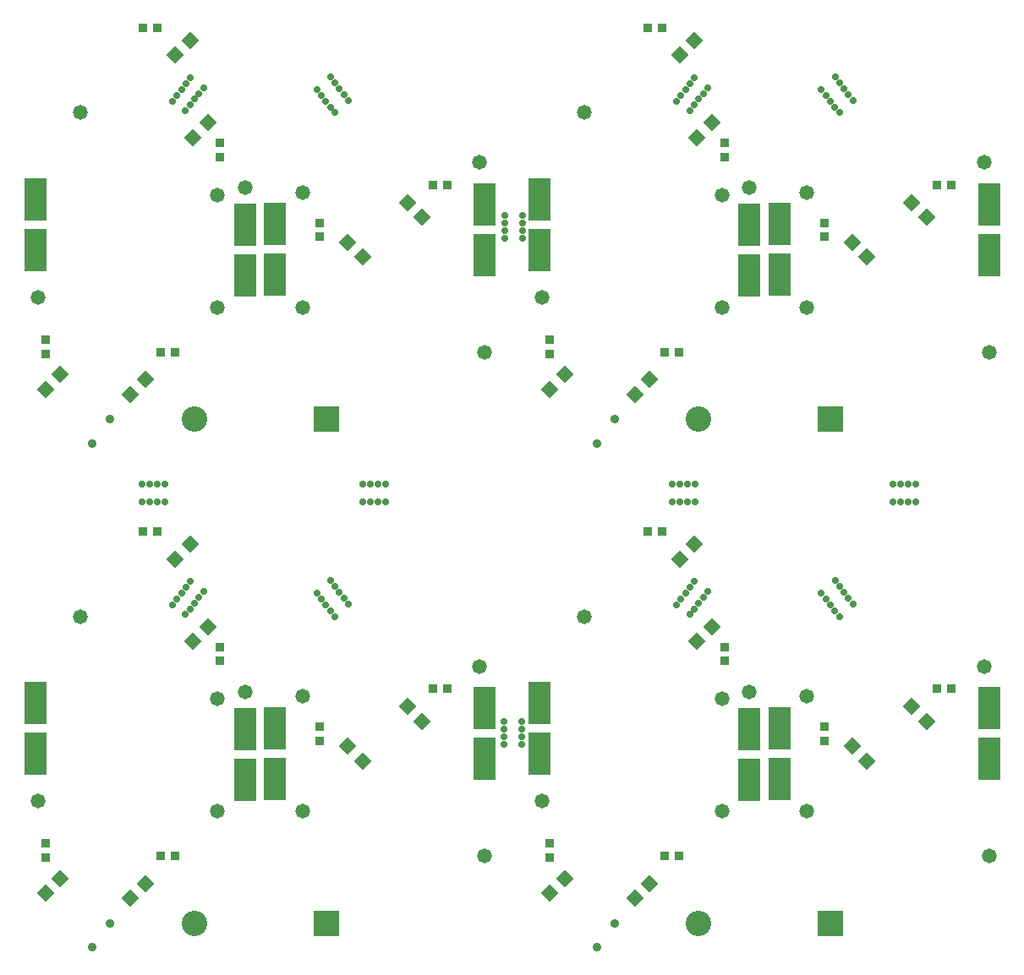
<source format=gbr>
G04*
G04 #@! TF.GenerationSoftware,Altium Limited,Altium Designer,23.1.1 (15)*
G04*
G04 Layer_Color=16711935*
%FSLAX25Y25*%
%MOIN*%
G70*
G04*
G04 #@! TF.SameCoordinates,E066B419-5711-4A73-A0CA-953248983CDD*
G04*
G04*
G04 #@! TF.FilePolarity,Negative*
G04*
G01*
G75*
%ADD13R,0.03788X0.03681*%
%ADD15P,0.06681X4X360.0*%
%ADD16P,0.06681X4X90.0*%
%ADD17R,0.03681X0.03788*%
%ADD23C,0.03543*%
%ADD26R,0.08674X0.16548*%
%ADD27C,0.02769*%
%ADD28C,0.10052*%
%ADD29R,0.10052X0.10052*%
%ADD30C,0.05800*%
D13*
X109843Y155118D02*
D03*
Y149485D02*
D03*
X218110Y201242D02*
D03*
Y195609D02*
D03*
X178740Y227105D02*
D03*
Y232738D02*
D03*
X308661Y155118D02*
D03*
Y149485D02*
D03*
X416929Y201242D02*
D03*
Y195609D02*
D03*
X377559Y227105D02*
D03*
Y232738D02*
D03*
X109843Y353937D02*
D03*
Y348304D02*
D03*
X218110Y400061D02*
D03*
Y394428D02*
D03*
X178740Y425924D02*
D03*
Y431557D02*
D03*
X308661Y353937D02*
D03*
Y348304D02*
D03*
X416929Y400061D02*
D03*
Y394428D02*
D03*
X377559Y425924D02*
D03*
Y431557D02*
D03*
D15*
X252589Y209222D02*
D03*
X258435Y203376D02*
D03*
X228967Y193474D02*
D03*
X234813Y187628D02*
D03*
X451408Y209222D02*
D03*
X457254Y203376D02*
D03*
X427786Y193474D02*
D03*
X433632Y187628D02*
D03*
X252589Y408041D02*
D03*
X258435Y402195D02*
D03*
X228967Y392293D02*
D03*
X234813Y386447D02*
D03*
X451408Y408041D02*
D03*
X457254Y402195D02*
D03*
X427786Y392293D02*
D03*
X433632Y386447D02*
D03*
D16*
X143337Y133494D02*
D03*
X149183Y139340D02*
D03*
X109902Y135492D02*
D03*
X115748Y141339D02*
D03*
X166900Y273199D02*
D03*
X161053Y267353D02*
D03*
X167943Y234872D02*
D03*
X173789Y240718D02*
D03*
X342156Y133494D02*
D03*
X348002Y139340D02*
D03*
X308721Y135492D02*
D03*
X314567Y141339D02*
D03*
X365718Y273199D02*
D03*
X359872Y267353D02*
D03*
X366762Y234872D02*
D03*
X372608Y240718D02*
D03*
X143337Y332313D02*
D03*
X149183Y338159D02*
D03*
X109902Y334311D02*
D03*
X115748Y340158D02*
D03*
X166900Y472018D02*
D03*
X161053Y466171D02*
D03*
X167943Y433691D02*
D03*
X173789Y439537D02*
D03*
X342156Y332313D02*
D03*
X348002Y338159D02*
D03*
X308721Y334311D02*
D03*
X314567Y340158D02*
D03*
X365718Y472018D02*
D03*
X359872Y466171D02*
D03*
X366762Y433691D02*
D03*
X372608Y439537D02*
D03*
D17*
X160887Y150197D02*
D03*
X155254D02*
D03*
X148365Y278150D02*
D03*
X153998D02*
D03*
X268171Y216142D02*
D03*
X262538D02*
D03*
X359706Y150197D02*
D03*
X354073D02*
D03*
X347183Y278150D02*
D03*
X352817D02*
D03*
X466990Y216142D02*
D03*
X461357D02*
D03*
X160887Y349016D02*
D03*
X155254D02*
D03*
X148365Y476968D02*
D03*
X153998D02*
D03*
X268171Y414961D02*
D03*
X262538D02*
D03*
X359706Y349016D02*
D03*
X354073D02*
D03*
X347183Y476968D02*
D03*
X352817D02*
D03*
X466990Y414961D02*
D03*
X461357D02*
D03*
D23*
X135433Y123622D02*
D03*
X128325Y114189D02*
D03*
X334252Y123622D02*
D03*
X327144Y114189D02*
D03*
X135433Y322441D02*
D03*
X128325Y313008D02*
D03*
X334252Y322441D02*
D03*
X327144Y313008D02*
D03*
D26*
X105905Y210551D02*
D03*
Y190551D02*
D03*
X283071Y208583D02*
D03*
Y188583D02*
D03*
X188583Y180394D02*
D03*
Y200394D02*
D03*
X200394Y180709D02*
D03*
Y200709D02*
D03*
X304724Y210551D02*
D03*
Y190551D02*
D03*
X481890Y208583D02*
D03*
Y188583D02*
D03*
X387402Y180394D02*
D03*
Y200394D02*
D03*
X399213Y180709D02*
D03*
Y200709D02*
D03*
X105905Y409370D02*
D03*
Y389370D02*
D03*
X283071Y407402D02*
D03*
Y387402D02*
D03*
X188583Y379213D02*
D03*
Y399213D02*
D03*
X200394Y379528D02*
D03*
Y399528D02*
D03*
X304724Y409370D02*
D03*
Y389370D02*
D03*
X481890Y407402D02*
D03*
Y387402D02*
D03*
X387402Y379213D02*
D03*
Y399213D02*
D03*
X399213Y379528D02*
D03*
Y399528D02*
D03*
D27*
X290669Y194386D02*
D03*
Y197386D02*
D03*
Y200386D02*
D03*
Y203386D02*
D03*
X297669D02*
D03*
Y197386D02*
D03*
Y194386D02*
D03*
Y200386D02*
D03*
X297913Y402858D02*
D03*
Y399858D02*
D03*
Y396858D02*
D03*
Y393858D02*
D03*
X290913D02*
D03*
Y399858D02*
D03*
Y402858D02*
D03*
Y396858D02*
D03*
X453000Y290000D02*
D03*
X450000D02*
D03*
X447000D02*
D03*
X444000D02*
D03*
Y297000D02*
D03*
X450000D02*
D03*
X453000D02*
D03*
X447000D02*
D03*
X360000D02*
D03*
X366000D02*
D03*
X363000D02*
D03*
X357000D02*
D03*
Y290000D02*
D03*
X360000D02*
D03*
X363000D02*
D03*
X366000D02*
D03*
X235000Y297000D02*
D03*
X238000D02*
D03*
X241000D02*
D03*
X244000D02*
D03*
Y290000D02*
D03*
X238000D02*
D03*
X235000D02*
D03*
X241000D02*
D03*
X154000D02*
D03*
X148000D02*
D03*
X151000D02*
D03*
X157000D02*
D03*
Y297000D02*
D03*
X154000D02*
D03*
X151000D02*
D03*
X148000D02*
D03*
X229416Y249496D02*
D03*
X227616Y251896D02*
D03*
X225716Y254196D02*
D03*
X224016Y256496D02*
D03*
X222316Y258796D02*
D03*
X172129Y254538D02*
D03*
X170329Y252238D02*
D03*
X168629Y249938D02*
D03*
X166929Y247638D02*
D03*
X165029Y245438D02*
D03*
X216916Y253785D02*
D03*
X218716Y251485D02*
D03*
X220416Y249185D02*
D03*
X222116Y246885D02*
D03*
X224016Y244685D02*
D03*
X159829Y249165D02*
D03*
X161629Y251565D02*
D03*
X163529Y253865D02*
D03*
X165229Y256165D02*
D03*
X166929Y258465D02*
D03*
X428235Y249496D02*
D03*
X426435Y251896D02*
D03*
X424535Y254196D02*
D03*
X422835Y256496D02*
D03*
X421135Y258796D02*
D03*
X370948Y254538D02*
D03*
X369148Y252238D02*
D03*
X367448Y249938D02*
D03*
X365748Y247638D02*
D03*
X363848Y245438D02*
D03*
X415735Y253785D02*
D03*
X417535Y251485D02*
D03*
X419235Y249185D02*
D03*
X420935Y246885D02*
D03*
X422835Y244685D02*
D03*
X358648Y249165D02*
D03*
X360448Y251565D02*
D03*
X362348Y253865D02*
D03*
X364048Y256165D02*
D03*
X365748Y258465D02*
D03*
X229416Y448315D02*
D03*
X227616Y450715D02*
D03*
X225716Y453015D02*
D03*
X224016Y455315D02*
D03*
X222316Y457615D02*
D03*
X172129Y453357D02*
D03*
X170329Y451057D02*
D03*
X168629Y448757D02*
D03*
X166929Y446457D02*
D03*
X165029Y444257D02*
D03*
X216916Y452604D02*
D03*
X218716Y450304D02*
D03*
X220416Y448004D02*
D03*
X222116Y445704D02*
D03*
X224016Y443504D02*
D03*
X159829Y447984D02*
D03*
X161629Y450384D02*
D03*
X163529Y452683D02*
D03*
X165229Y454984D02*
D03*
X166929Y457283D02*
D03*
X428235Y448315D02*
D03*
X426435Y450715D02*
D03*
X424535Y453015D02*
D03*
X422835Y455315D02*
D03*
X421135Y457615D02*
D03*
X370948Y453357D02*
D03*
X369148Y451057D02*
D03*
X367448Y448757D02*
D03*
X365748Y446457D02*
D03*
X363848Y444257D02*
D03*
X415735Y452604D02*
D03*
X417535Y450304D02*
D03*
X419235Y448004D02*
D03*
X420935Y445704D02*
D03*
X422835Y443504D02*
D03*
X358648Y447984D02*
D03*
X360448Y450384D02*
D03*
X362348Y452683D02*
D03*
X364048Y454984D02*
D03*
X365748Y457283D02*
D03*
D28*
X168484Y123622D02*
D03*
X367303D02*
D03*
X168484Y322441D02*
D03*
X367303D02*
D03*
D29*
X220492Y123622D02*
D03*
X419311D02*
D03*
X220492Y322441D02*
D03*
X419311D02*
D03*
D30*
X188583Y214961D02*
D03*
X211221Y167913D02*
D03*
Y213189D02*
D03*
X177756Y167913D02*
D03*
Y212205D02*
D03*
X123622Y244685D02*
D03*
X106890Y171850D02*
D03*
X283071Y150197D02*
D03*
X281102Y225000D02*
D03*
X387402Y214961D02*
D03*
X410039Y167913D02*
D03*
Y213189D02*
D03*
X376575Y167913D02*
D03*
Y212205D02*
D03*
X322441Y244685D02*
D03*
X305709Y171850D02*
D03*
X481890Y150197D02*
D03*
X479921Y225000D02*
D03*
X188583Y413779D02*
D03*
X211221Y366732D02*
D03*
Y412008D02*
D03*
X177756Y366732D02*
D03*
Y411024D02*
D03*
X123622Y443504D02*
D03*
X106890Y370669D02*
D03*
X283071Y349016D02*
D03*
X281102Y423819D02*
D03*
X387402Y413779D02*
D03*
X410039Y366732D02*
D03*
Y412008D02*
D03*
X376575Y366732D02*
D03*
Y411024D02*
D03*
X322441Y443504D02*
D03*
X305709Y370669D02*
D03*
X481890Y349016D02*
D03*
X479921Y423819D02*
D03*
M02*

</source>
